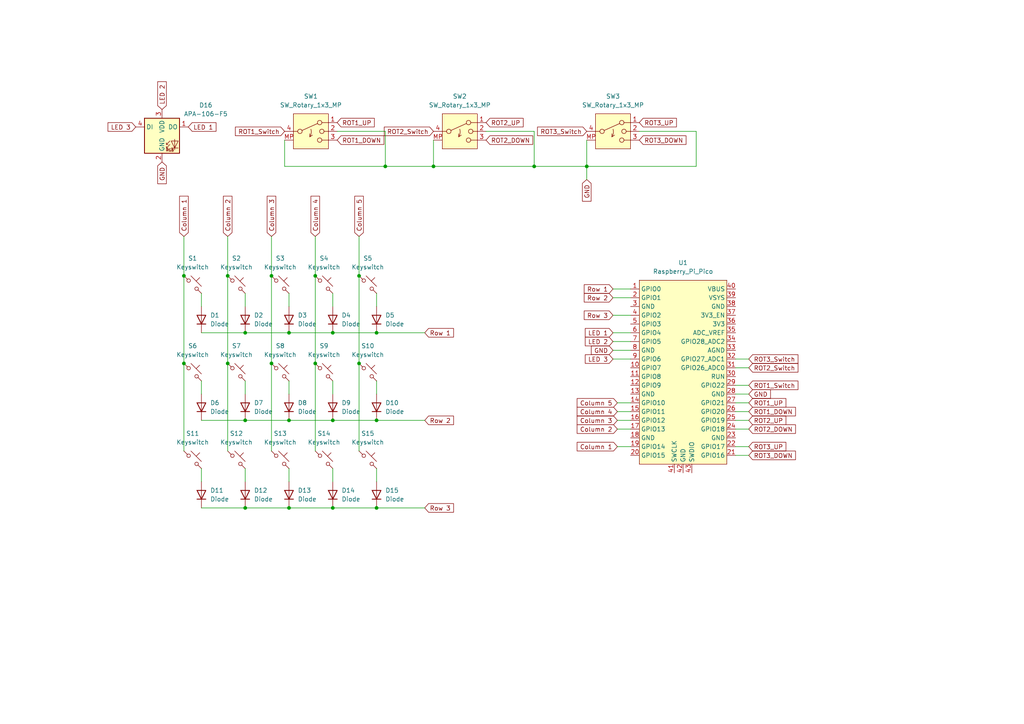
<source format=kicad_sch>
(kicad_sch (version 20231120) (generator "eeschema") (generator_version "8.0")
  (paper "A4")
  (lib_symbols
    (symbol "LED:APA-106-F5"
      (property "Reference" "D" (at 5.08 5.715 0))
      (property "Value" "APA-106-F5" (at 1.27 -5.715 0))
      (symbol "APA-106-F5_0_0"
        (text "RGB" (at 2.286 -4.191 0) (effects (font (size 0.762 0.762))))
      )
      (symbol "APA-106-F5_0_1"
        (polyline (pts (xy 1.27 -3.556) (xy 1.778 -3.556)))
        (polyline (pts (xy 1.27 -2.54) (xy 1.778 -2.54)))
        (polyline (pts (xy 4.699 -3.556) (xy 2.667 -3.556)))
        (polyline (pts (xy 2.286 -2.54) (xy 1.27 -3.556) (xy 1.27 -3.048)))
        (polyline (pts (xy 2.286 -1.524) (xy 1.27 -2.54) (xy 1.27 -2.032)))
        (polyline (pts (xy 3.683 -1.016) (xy 3.683 -3.556) (xy 3.683 -4.064)))
        (polyline (pts (xy 4.699 -1.524) (xy 2.667 -1.524) (xy 3.683 -3.556) (xy 4.699 -1.524)))
        (rectangle (start 5.08 5.08) (end -5.08 -5.08) (stroke (width 0.254)) (fill (type background)))
      )
      (symbol "APA-106-F5_1_1"
        (pin output line (at 7.62 2.54 180) (length 2.54) (name "DO") (number "1"))
        (pin power_in line (at 0 -7.62 90) (length 2.54) (name "GND") (number "2"))
        (pin power_in line (at 0 7.62 270) (length 2.54) (name "VDD") (number "3"))
        (pin input line (at -7.62 2.54 0) (length 2.54) (name "DI") (number "4"))
      )
    )
    (symbol "ScottoKeebs:MCU_Raspberry_Pi_Pico"
      (property "Reference" "U" (at 0 0 0))
      (property "Value" "Raspberry_Pi_Pico" (at 0 27.94 0))
      (symbol "MCU_Raspberry_Pi_Pico_0_1"
        (rectangle (start -12.7 26.67) (end 12.7 -26.67) (fill (type background)))
      )
      (symbol "MCU_Raspberry_Pi_Pico_1_1"
        (pin bidirectional line (at -15.24 24.13 0) (length 2.54) (name "GPIO0") (number "1"))
        (pin bidirectional line (at -15.24 1.27 0) (length 2.54) (name "GPIO7") (number "10"))
        (pin bidirectional line (at -15.24 -1.27 0) (length 2.54) (name "GPIO8") (number "11"))
        (pin bidirectional line (at -15.24 -3.81 0) (length 2.54) (name "GPIO9") (number "12"))
        (pin power_in line (at -15.24 -6.35 0) (length 2.54) (name "GND") (number "13"))
        (pin bidirectional line (at -15.24 -8.89 0) (length 2.54) (name "GPIO10") (number "14"))
        (pin bidirectional line (at -15.24 -11.43 0) (length 2.54) (name "GPIO11") (number "15"))
        (pin bidirectional line (at -15.24 -13.97 0) (length 2.54) (name "GPIO12") (number "16"))
        (pin bidirectional line (at -15.24 -16.51 0) (length 2.54) (name "GPIO13") (number "17"))
        (pin power_in line (at -15.24 -19.05 0) (length 2.54) (name "GND") (number "18"))
        (pin bidirectional line (at -15.24 -21.59 0) (length 2.54) (name "GPIO14") (number "19"))
        (pin bidirectional line (at -15.24 21.59 0) (length 2.54) (name "GPIO1") (number "2"))
        (pin bidirectional line (at -15.24 -24.13 0) (length 2.54) (name "GPIO15") (number "20"))
        (pin bidirectional line (at 15.24 -24.13 180) (length 2.54) (name "GPIO16") (number "21"))
        (pin bidirectional line (at 15.24 -21.59 180) (length 2.54) (name "GPIO17") (number "22"))
        (pin power_in line (at 15.24 -19.05 180) (length 2.54) (name "GND") (number "23"))
        (pin bidirectional line (at 15.24 -16.51 180) (length 2.54) (name "GPIO18") (number "24"))
        (pin bidirectional line (at 15.24 -13.97 180) (length 2.54) (name "GPIO19") (number "25"))
        (pin bidirectional line (at 15.24 -11.43 180) (length 2.54) (name "GPIO20") (number "26"))
        (pin bidirectional line (at 15.24 -8.89 180) (length 2.54) (name "GPIO21") (number "27"))
        (pin power_in line (at 15.24 -6.35 180) (length 2.54) (name "GND") (number "28"))
        (pin bidirectional line (at 15.24 -3.81 180) (length 2.54) (name "GPIO22") (number "29"))
        (pin power_in line (at -15.24 19.05 0) (length 2.54) (name "GND") (number "3"))
        (pin input line (at 15.24 -1.27 180) (length 2.54) (name "RUN") (number "30"))
        (pin bidirectional line (at 15.24 1.27 180) (length 2.54) (name "GPIO26_ADC0") (number "31"))
        (pin bidirectional line (at 15.24 3.81 180) (length 2.54) (name "GPIO27_ADC1") (number "32"))
        (pin power_in line (at 15.24 6.35 180) (length 2.54) (name "AGND") (number "33"))
        (pin bidirectional line (at 15.24 8.89 180) (length 2.54) (name "GPIO28_ADC2") (number "34"))
        (pin power_in line (at 15.24 11.43 180) (length 2.54) (name "ADC_VREF") (number "35"))
        (pin power_in line (at 15.24 13.97 180) (length 2.54) (name "3V3") (number "36"))
        (pin input line (at 15.24 16.51 180) (length 2.54) (name "3V3_EN") (number "37"))
        (pin bidirectional line (at 15.24 19.05 180) (length 2.54) (name "GND") (number "38"))
        (pin power_in line (at 15.24 21.59 180) (length 2.54) (name "VSYS") (number "39"))
        (pin bidirectional line (at -15.24 16.51 0) (length 2.54) (name "GPIO2") (number "4"))
        (pin power_in line (at 15.24 24.13 180) (length 2.54) (name "VBUS") (number "40"))
        (pin input line (at -2.54 -29.21 90) (length 2.54) (name "SWCLK") (number "41"))
        (pin power_in line (at 0 -29.21 90) (length 2.54) (name "GND") (number "42"))
        (pin bidirectional line (at 2.54 -29.21 90) (length 2.54) (name "SWDIO") (number "43"))
        (pin bidirectional line (at -15.24 13.97 0) (length 2.54) (name "GPIO3") (number "5"))
        (pin bidirectional line (at -15.24 11.43 0) (length 2.54) (name "GPIO4") (number "6"))
        (pin bidirectional line (at -15.24 8.89 0) (length 2.54) (name "GPIO5") (number "7"))
        (pin power_in line (at -15.24 6.35 0) (length 2.54) (name "GND") (number "8"))
        (pin bidirectional line (at -15.24 3.81 0) (length 2.54) (name "GPIO6") (number "9"))
      )
    )
    (symbol "ScottoKeebs:Placeholder_Diode" (pin_numbers hide) (pin_names hide)
      (property "Reference" "D" (at 0 2.54 0))
      (property "Value" "Diode" (at 0 -2.54 0))
      (symbol "Placeholder_Diode_0_1"
        (polyline (pts (xy -1.27 1.27) (xy -1.27 -1.27)) (stroke (width 0.254)))
        (polyline (pts (xy 1.27 0) (xy -1.27 0)))
        (polyline (pts (xy 1.27 1.27) (xy 1.27 -1.27) (xy -1.27 0) (xy 1.27 1.27)) (stroke (width 0.254)))
      )
      (symbol "Placeholder_Diode_1_1"
        (pin passive line (at -3.81 0 0) (length 2.54) (name "K") (number "1"))
        (pin passive line (at 3.81 0 180) (length 2.54) (name "A") (number "2"))
      )
    )
    (symbol "ScottoKeebs:Placeholder_Keyswitch" (pin_numbers hide) (pin_names (offset 1.016) hide)
      (property "Reference" "S" (at 3.048 1.016 0))
      (property "Value" "Keyswitch" (at 0 -3.81 0))
      (symbol "Placeholder_Keyswitch_0_1"
        (circle (center -1.1684 1.1684) (radius 0.508))
        (polyline (pts (xy -0.508 2.54) (xy 2.54 -0.508)))
        (polyline (pts (xy 1.016 1.016) (xy 2.032 2.032)))
        (polyline (pts (xy -2.54 2.54) (xy -1.524 1.524) (xy -1.524 1.524)))
        (polyline (pts (xy 1.524 -1.524) (xy 2.54 -2.54) (xy 2.54 -2.54) (xy 2.54 -2.54)))
        (circle (center 1.143 -1.1938) (radius 0.508))
        (pin passive line (at -2.54 2.54 0) (length 0) (name "1") (number "1"))
        (pin passive line (at 2.54 -2.54 180) (length 0) (name "2") (number "2"))
      )
    )
    (symbol "Switch:SW_Rotary_1x3_MP" (pin_names hide)
      (property "Reference" "SW" (at 0 6.35 0))
      (property "Value" "SW_Rotary_1x3_MP" (at 8.89 -6.35 0))
      (symbol "SW_Rotary_1x3_MP_0_1"
        (circle (center -3.175 0) (radius 0.635))
        (arc (start -0.3176 -1.5875) (mid 0.0861 -0.5113) (end 0 0.635))
        (polyline (pts (xy -5.08 0) (xy -3.81 0)))
        (polyline (pts (xy -2.5908 0.254) (xy 1.9304 2.286)))
        (polyline (pts (xy -0.3176 -1.5875) (xy -0.3176 -1.5875)))
        (polyline (pts (xy -0.3176 -1.5875) (xy -0.3176 -0.6985)))
        (polyline (pts (xy -0.3176 -1.5875) (xy 0.4444 -1.0795)))
        (polyline (pts (xy 5.08 -2.54) (xy 3.175 -2.54)))
        (polyline (pts (xy 5.08 0) (xy 3.81 0)))
        (polyline (pts (xy 5.08 2.54) (xy 3.175 2.54)))
        (circle (center 2.54 -2.54) (radius 0.635))
        (circle (center 2.54 2.54) (radius 0.635))
        (circle (center 3.175 0) (radius 0.635))
      )
      (symbol "SW_Rotary_1x3_MP_1_1"
        (rectangle (start -5.08 5.08) (end 5.08 -5.08) (fill (type background)))
        (pin passive line (at 7.62 2.54 180) (length 2.54) (name "") (number "1"))
        (pin passive line (at 7.62 0 180) (length 2.54) (name "") (number "2"))
        (pin passive line (at 7.62 -2.54 180) (length 2.54) (name "") (number "3"))
        (pin passive line (at -7.62 0 0) (length 2.54) (name "") (number "4"))
        (pin passive line (at -7.62 -2.54 0) (length 2.54) (name "") (number "MP"))
      )
    )
  )
  (junction (at 71.12 147.32))
  (junction (at 71.12 96.52))
  (junction (at 78.74 105.41))
  (junction (at 109.22 121.92))
  (junction (at 83.82 96.52))
  (junction (at 66.04 105.41))
  (junction (at 104.14 80.01))
  (junction (at 71.12 121.92))
  (junction (at 96.52 121.92))
  (junction (at 53.34 105.41))
  (junction (at 83.82 147.32))
  (junction (at 78.74 80.01))
  (junction (at 104.14 105.41))
  (junction (at 109.22 147.32))
  (junction (at 96.52 147.32))
  (junction (at 83.82 121.92))
  (junction (at 125.73 48.26))
  (junction (at 170.18 48.26))
  (junction (at 154.94 48.26))
  (junction (at 111.76 48.26))
  (junction (at 91.44 80.01))
  (junction (at 91.44 105.41))
  (junction (at 53.34 80.01))
  (junction (at 96.52 96.52))
  (junction (at 66.04 80.01))
  (junction (at 109.22 96.52))
  (wire (pts (xy 83.82 135.89) (xy 83.82 139.7)))
  (wire (pts (xy 83.82 96.52) (xy 96.52 96.52)))
  (wire (pts (xy 78.74 105.41) (xy 78.74 130.81)))
  (wire (pts (xy 177.8 91.44) (xy 182.88 91.44)))
  (wire (pts (xy 58.42 85.09) (xy 58.42 88.9)))
  (wire (pts (xy 96.52 147.32) (xy 109.22 147.32)))
  (wire (pts (xy 109.22 135.89) (xy 109.22 139.7)))
  (wire (pts (xy 109.22 110.49) (xy 109.22 114.3)))
  (wire (pts (xy 179.07 129.54) (xy 182.88 129.54)))
  (wire (pts (xy 96.52 96.52) (xy 109.22 96.52)))
  (wire (pts (xy 78.74 68.58) (xy 78.74 80.01)))
  (wire (pts (xy 177.8 83.82) (xy 182.88 83.82)))
  (wire (pts (xy 83.82 147.32) (xy 96.52 147.32)))
  (wire (pts (xy 177.8 104.14) (xy 182.88 104.14)))
  (wire (pts (xy 71.12 121.92) (xy 83.82 121.92)))
  (wire (pts (xy 83.82 110.49) (xy 83.82 114.3)))
  (wire (pts (xy 97.79 38.1) (xy 111.76 38.1)))
  (wire (pts (xy 213.36 124.46) (xy 217.17 124.46)))
  (wire (pts (xy 58.42 96.52) (xy 71.12 96.52)))
  (wire (pts (xy 104.14 80.01) (xy 104.14 105.41)))
  (wire (pts (xy 179.07 124.46) (xy 182.88 124.46)))
  (wire (pts (xy 177.8 96.52) (xy 182.88 96.52)))
  (wire (pts (xy 213.36 121.92) (xy 217.17 121.92)))
  (wire (pts (xy 111.76 38.1) (xy 111.76 48.26)))
  (wire (pts (xy 66.04 80.01) (xy 66.04 105.41)))
  (wire (pts (xy 213.36 129.54) (xy 217.17 129.54)))
  (wire (pts (xy 123.19 121.92) (xy 109.22 121.92)))
  (wire (pts (xy 154.94 38.1) (xy 154.94 48.26)))
  (wire (pts (xy 53.34 105.41) (xy 53.34 130.81)))
  (wire (pts (xy 91.44 80.01) (xy 91.44 105.41)))
  (wire (pts (xy 78.74 80.01) (xy 78.74 105.41)))
  (wire (pts (xy 58.42 135.89) (xy 58.42 139.7)))
  (wire (pts (xy 71.12 135.89) (xy 71.12 139.7)))
  (wire (pts (xy 91.44 105.41) (xy 91.44 130.81)))
  (wire (pts (xy 177.8 86.36) (xy 182.88 86.36)))
  (wire (pts (xy 170.18 40.64) (xy 170.18 48.26)))
  (wire (pts (xy 201.93 38.1) (xy 201.93 48.26)))
  (wire (pts (xy 71.12 96.52) (xy 83.82 96.52)))
  (wire (pts (xy 213.36 104.14) (xy 217.17 104.14)))
  (wire (pts (xy 170.18 48.26) (xy 170.18 52.07)))
  (wire (pts (xy 179.07 116.84) (xy 182.88 116.84)))
  (wire (pts (xy 58.42 121.92) (xy 71.12 121.92)))
  (wire (pts (xy 91.44 68.58) (xy 91.44 80.01)))
  (wire (pts (xy 213.36 106.68) (xy 217.17 106.68)))
  (wire (pts (xy 104.14 68.58) (xy 104.14 80.01)))
  (wire (pts (xy 71.12 85.09) (xy 71.12 88.9)))
  (wire (pts (xy 83.82 121.92) (xy 96.52 121.92)))
  (wire (pts (xy 179.07 119.38) (xy 182.88 119.38)))
  (wire (pts (xy 71.12 147.32) (xy 83.82 147.32)))
  (wire (pts (xy 213.36 111.76) (xy 217.17 111.76)))
  (wire (pts (xy 109.22 96.52) (xy 123.19 96.52)))
  (wire (pts (xy 96.52 110.49) (xy 96.52 114.3)))
  (wire (pts (xy 213.36 116.84) (xy 217.17 116.84)))
  (wire (pts (xy 104.14 105.41) (xy 104.14 130.81)))
  (wire (pts (xy 185.42 38.1) (xy 201.93 38.1)))
  (wire (pts (xy 140.97 38.1) (xy 154.94 38.1)))
  (wire (pts (xy 58.42 147.32) (xy 71.12 147.32)))
  (wire (pts (xy 53.34 68.58) (xy 53.34 80.01)))
  (wire (pts (xy 213.36 132.08) (xy 217.17 132.08)))
  (wire (pts (xy 66.04 105.41) (xy 66.04 130.81)))
  (wire (pts (xy 83.82 85.09) (xy 83.82 88.9)))
  (wire (pts (xy 111.76 48.26) (xy 125.73 48.26)))
  (wire (pts (xy 66.04 68.58) (xy 66.04 80.01)))
  (wire (pts (xy 82.55 48.26) (xy 111.76 48.26)))
  (wire (pts (xy 213.36 119.38) (xy 217.17 119.38)))
  (wire (pts (xy 58.42 110.49) (xy 58.42 114.3)))
  (wire (pts (xy 177.8 99.06) (xy 182.88 99.06)))
  (wire (pts (xy 201.93 48.26) (xy 170.18 48.26)))
  (wire (pts (xy 96.52 85.09) (xy 96.52 88.9)))
  (wire (pts (xy 179.07 121.92) (xy 182.88 121.92)))
  (wire (pts (xy 177.8 101.6) (xy 182.88 101.6)))
  (wire (pts (xy 53.34 80.01) (xy 53.34 105.41)))
  (wire (pts (xy 82.55 40.64) (xy 82.55 48.26)))
  (wire (pts (xy 217.17 114.3) (xy 213.36 114.3)))
  (wire (pts (xy 96.52 135.89) (xy 96.52 139.7)))
  (wire (pts (xy 71.12 110.49) (xy 71.12 114.3)))
  (wire (pts (xy 125.73 48.26) (xy 125.73 40.64)))
  (wire (pts (xy 96.52 121.92) (xy 109.22 121.92)))
  (wire (pts (xy 125.73 48.26) (xy 154.94 48.26)))
  (wire (pts (xy 154.94 48.26) (xy 170.18 48.26)))
  (wire (pts (xy 123.19 147.32) (xy 109.22 147.32)))
  (wire (pts (xy 109.22 85.09) (xy 109.22 88.9)))
  (global_label "Row 1" (shape input) (at 177.8 83.82 180) (property "Intersheetrefs" "${INTERSHEET_REFS}" (effects (hide yes))))
  (global_label "ROT2_DOWN" (shape input) (at 217.17 124.46 0) (property "Intersheetrefs" "${INTERSHEET_REFS}" (effects (hide yes))))
  (global_label "Row 3" (shape input) (at 177.8 91.44 180) (property "Intersheetrefs" "${INTERSHEET_REFS}" (effects (hide yes))))
  (global_label "ROT3_UP" (shape input) (at 185.42 35.56 0) (property "Intersheetrefs" "${INTERSHEET_REFS}" (effects (hide yes))))
  (global_label "ROT2_UP" (shape input) (at 217.17 121.92 0) (property "Intersheetrefs" "${INTERSHEET_REFS}" (effects (hide yes))))
  (global_label "Row 1" (shape input) (at 123.19 96.52 0) (property "Intersheetrefs" "${INTERSHEET_REFS}" (effects (hide yes))))
  (global_label "ROT2_Switch" (shape input) (at 125.73 38.1 180) (property "Intersheetrefs" "${INTERSHEET_REFS}" (effects (hide yes))))
  (global_label "LED 3" (shape input) (at 177.8 104.14 180) (property "Intersheetrefs" "${INTERSHEET_REFS}" (effects (hide yes))))
  (global_label "Column 1" (shape input) (at 53.34 68.58 90) (property "Intersheetrefs" "${INTERSHEET_REFS}" (effects (hide yes))))
  (global_label "ROT1_UP" (shape input) (at 97.79 35.56 0) (property "Intersheetrefs" "${INTERSHEET_REFS}" (effects (hide yes))))
  (global_label "ROT2_DOWN" (shape input) (at 140.97 40.64 0) (property "Intersheetrefs" "${INTERSHEET_REFS}" (effects (hide yes))))
  (global_label "Row 2" (shape input) (at 123.19 121.92 0) (property "Intersheetrefs" "${INTERSHEET_REFS}" (effects (hide yes))))
  (global_label "Row 3" (shape input) (at 123.19 147.32 0) (property "Intersheetrefs" "${INTERSHEET_REFS}" (effects (hide yes))))
  (global_label "Column 5" (shape input) (at 179.07 116.84 180) (property "Intersheetrefs" "${INTERSHEET_REFS}" (effects (hide yes))))
  (global_label "ROT1_UP" (shape input) (at 217.17 116.84 0) (property "Intersheetrefs" "${INTERSHEET_REFS}" (effects (hide yes))))
  (global_label "Column 2" (shape input) (at 66.04 68.58 90) (property "Intersheetrefs" "${INTERSHEET_REFS}" (effects (hide yes))))
  (global_label "Column 5" (shape input) (at 104.14 68.58 90) (property "Intersheetrefs" "${INTERSHEET_REFS}" (effects (hide yes))))
  (global_label "Column 4" (shape input) (at 91.44 68.58 90) (property "Intersheetrefs" "${INTERSHEET_REFS}" (effects (hide yes))))
  (global_label "ROT3_DOWN" (shape input) (at 217.17 132.08 0) (property "Intersheetrefs" "${INTERSHEET_REFS}" (effects (hide yes))))
  (global_label "Column 3" (shape input) (at 78.74 68.58 90) (property "Intersheetrefs" "${INTERSHEET_REFS}" (effects (hide yes))))
  (global_label "ROT3_Switch" (shape input) (at 170.18 38.1 180) (property "Intersheetrefs" "${INTERSHEET_REFS}" (effects (hide yes))))
  (global_label "LED 1" (shape input) (at 54.61 36.83 0) (property "Intersheetrefs" "${INTERSHEET_REFS}" (effects (hide yes))))
  (global_label "ROT2_Switch" (shape input) (at 217.17 106.68 0) (property "Intersheetrefs" "${INTERSHEET_REFS}" (effects (hide yes))))
  (global_label "Column 3" (shape input) (at 179.07 121.92 180) (property "Intersheetrefs" "${INTERSHEET_REFS}" (effects (hide yes))))
  (global_label "LED 1" (shape input) (at 177.8 96.52 180) (property "Intersheetrefs" "${INTERSHEET_REFS}" (effects (hide yes))))
  (global_label "ROT1_DOWN" (shape input) (at 97.79 40.64 0) (property "Intersheetrefs" "${INTERSHEET_REFS}" (effects (hide yes))))
  (global_label "GND" (shape input) (at 46.99 46.99 270) (property "Intersheetrefs" "${INTERSHEET_REFS}" (effects (hide yes))))
  (global_label "Column 4" (shape input) (at 179.07 119.38 180) (property "Intersheetrefs" "${INTERSHEET_REFS}" (effects (hide yes))))
  (global_label "Column 1" (shape input) (at 179.07 129.54 180) (property "Intersheetrefs" "${INTERSHEET_REFS}" (effects (hide yes))))
  (global_label "GND" (shape input) (at 177.8 101.6 180) (property "Intersheetrefs" "${INTERSHEET_REFS}" (effects (hide yes))))
  (global_label "ROT3_Switch" (shape input) (at 217.17 104.14 0) (property "Intersheetrefs" "${INTERSHEET_REFS}" (effects (hide yes))))
  (global_label "GND" (shape input) (at 217.17 114.3 0) (property "Intersheetrefs" "${INTERSHEET_REFS}" (effects (hide yes))))
  (global_label "ROT1_DOWN" (shape input) (at 217.17 119.38 0) (property "Intersheetrefs" "${INTERSHEET_REFS}" (effects (hide yes))))
  (global_label "GND" (shape input) (at 170.18 52.07 270) (property "Intersheetrefs" "${INTERSHEET_REFS}" (effects (hide yes))))
  (global_label "Column 2" (shape input) (at 179.07 124.46 180) (property "Intersheetrefs" "${INTERSHEET_REFS}" (effects (hide yes))))
  (global_label "ROT2_UP" (shape input) (at 140.97 35.56 0) (property "Intersheetrefs" "${INTERSHEET_REFS}" (effects (hide yes))))
  (global_label "LED 2" (shape input) (at 177.8 99.06 180) (property "Intersheetrefs" "${INTERSHEET_REFS}" (effects (hide yes))))
  (global_label "ROT3_UP" (shape input) (at 217.17 129.54 0) (property "Intersheetrefs" "${INTERSHEET_REFS}" (effects (hide yes))))
  (global_label "LED 2" (shape input) (at 46.99 31.75 90) (property "Intersheetrefs" "${INTERSHEET_REFS}" (effects (hide yes))))
  (global_label "ROT3_DOWN" (shape input) (at 185.42 40.64 0) (property "Intersheetrefs" "${INTERSHEET_REFS}" (effects (hide yes))))
  (global_label "Row 2" (shape input) (at 177.8 86.36 180) (property "Intersheetrefs" "${INTERSHEET_REFS}" (effects (hide yes))))
  (global_label "LED 3" (shape input) (at 39.37 36.83 180) (property "Intersheetrefs" "${INTERSHEET_REFS}" (effects (hide yes))))
  (global_label "ROT1_Switch" (shape input) (at 217.17 111.76 0) (property "Intersheetrefs" "${INTERSHEET_REFS}" (effects (hide yes))))
  (global_label "ROT1_Switch" (shape input) (at 82.55 38.1 180) (property "Intersheetrefs" "${INTERSHEET_REFS}" (effects (hide yes))))
  (symbol (lib_id "Switch:SW_Rotary_1x3_MP") (at 177.8 38.1 0) (unit 1)
    (property "Reference" "SW3" (at 177.8 27.94 0))
    (property "Value" "SW_Rotary_1x3_MP" (at 177.8 30.48 0))
    (property "Description" "Rotary switch 1x3, SP3T with mount point " (effects (hide yes)))
  )
  (symbol (lib_id "ScottoKeebs:Placeholder_Diode") (at 109.22 118.11 90) (unit 1)
    (property "Reference" "D10" (at 111.76 116.8399 90) (effects (justify right)))
    (property "Value" "Diode" (at 111.76 119.3799 90) (effects (justify right)))
    (property "Description" "1N4148 (DO-35) or 1N4148W (SOD-123)" (effects (hide yes)))
    (property "Sim.Device" "D" (effects (hide yes)))
    (property "Sim.Pins" "1=K 2=A" (effects (hide yes)))
  )
  (symbol (lib_id "ScottoKeebs:Placeholder_Keyswitch") (at 93.98 82.55 0) (unit 1)
    (property "Reference" "S4" (at 93.98 74.93 0))
    (property "Value" "Keyswitch" (at 93.98 77.47 0))
    (property "Description" "Push button switch, normally open, two pins, 45° tilted" (effects (hide yes)))
  )
  (symbol (lib_id "ScottoKeebs:Placeholder_Diode") (at 83.82 143.51 90) (unit 1)
    (property "Reference" "D13" (at 86.36 142.2399 90) (effects (justify right)))
    (property "Value" "Diode" (at 86.36 144.7799 90) (effects (justify right)))
    (property "Description" "1N4148 (DO-35) or 1N4148W (SOD-123)" (effects (hide yes)))
    (property "Sim.Device" "D" (effects (hide yes)))
    (property "Sim.Pins" "1=K 2=A" (effects (hide yes)))
  )
  (symbol (lib_id "ScottoKeebs:Placeholder_Keyswitch") (at 81.28 107.95 0) (unit 1)
    (property "Reference" "S8" (at 81.28 100.33 0))
    (property "Value" "Keyswitch" (at 81.28 102.87 0))
    (property "Description" "Push button switch, normally open, two pins, 45° tilted" (effects (hide yes)))
  )
  (symbol (lib_id "ScottoKeebs:Placeholder_Keyswitch") (at 106.68 107.95 0) (unit 1)
    (property "Reference" "S10" (at 106.68 100.33 0))
    (property "Value" "Keyswitch" (at 106.68 102.87 0))
    (property "Description" "Push button switch, normally open, two pins, 45° tilted" (effects (hide yes)))
  )
  (symbol (lib_id "ScottoKeebs:Placeholder_Keyswitch") (at 55.88 82.55 0) (unit 1)
    (property "Reference" "S1" (at 55.88 74.93 0))
    (property "Value" "Keyswitch" (at 55.88 77.47 0))
    (property "Description" "Push button switch, normally open, two pins, 45° tilted" (effects (hide yes)))
  )
  (symbol (lib_id "ScottoKeebs:Placeholder_Keyswitch") (at 93.98 107.95 0) (unit 1)
    (property "Reference" "S9" (at 93.98 100.33 0))
    (property "Value" "Keyswitch" (at 93.98 102.87 0))
    (property "Description" "Push button switch, normally open, two pins, 45° tilted" (effects (hide yes)))
  )
  (symbol (lib_id "ScottoKeebs:Placeholder_Diode") (at 58.42 143.51 90) (unit 1)
    (property "Reference" "D11" (at 60.96 142.2399 90) (effects (justify right)))
    (property "Value" "Diode" (at 60.96 144.7799 90) (effects (justify right)))
    (property "Description" "1N4148 (DO-35) or 1N4148W (SOD-123)" (effects (hide yes)))
    (property "Sim.Device" "D" (effects (hide yes)))
    (property "Sim.Pins" "1=K 2=A" (effects (hide yes)))
  )
  (symbol (lib_id "ScottoKeebs:Placeholder_Keyswitch") (at 55.88 133.35 0) (unit 1)
    (property "Reference" "S11" (at 55.88 125.73 0))
    (property "Value" "Keyswitch" (at 55.88 128.27 0))
    (property "Description" "Push button switch, normally open, two pins, 45° tilted" (effects (hide yes)))
  )
  (symbol (lib_id "ScottoKeebs:Placeholder_Keyswitch") (at 81.28 82.55 0) (unit 1)
    (property "Reference" "S3" (at 81.28 74.93 0))
    (property "Value" "Keyswitch" (at 81.28 77.47 0))
    (property "Description" "Push button switch, normally open, two pins, 45° tilted" (effects (hide yes)))
  )
  (symbol (lib_id "ScottoKeebs:Placeholder_Diode") (at 96.52 143.51 90) (unit 1)
    (property "Reference" "D14" (at 99.06 142.2399 90) (effects (justify right)))
    (property "Value" "Diode" (at 99.06 144.7799 90) (effects (justify right)))
    (property "Description" "1N4148 (DO-35) or 1N4148W (SOD-123)" (effects (hide yes)))
    (property "Sim.Device" "D" (effects (hide yes)))
    (property "Sim.Pins" "1=K 2=A" (effects (hide yes)))
  )
  (symbol (lib_id "ScottoKeebs:Placeholder_Diode") (at 109.22 92.71 90) (unit 1)
    (property "Reference" "D5" (at 111.76 91.4399 90) (effects (justify right)))
    (property "Value" "Diode" (at 111.76 93.9799 90) (effects (justify right)))
    (property "Description" "1N4148 (DO-35) or 1N4148W (SOD-123)" (effects (hide yes)))
    (property "Sim.Device" "D" (effects (hide yes)))
    (property "Sim.Pins" "1=K 2=A" (effects (hide yes)))
  )
  (symbol (lib_id "ScottoKeebs:Placeholder_Diode") (at 96.52 92.71 90) (unit 1)
    (property "Reference" "D4" (at 99.06 91.4399 90) (effects (justify right)))
    (property "Value" "Diode" (at 99.06 93.9799 90) (effects (justify right)))
    (property "Description" "1N4148 (DO-35) or 1N4148W (SOD-123)" (effects (hide yes)))
    (property "Sim.Device" "D" (effects (hide yes)))
    (property "Sim.Pins" "1=K 2=A" (effects (hide yes)))
  )
  (symbol (lib_id "ScottoKeebs:Placeholder_Keyswitch") (at 68.58 82.55 0) (unit 1)
    (property "Reference" "S2" (at 68.58 74.93 0))
    (property "Value" "Keyswitch" (at 68.58 77.47 0))
    (property "Description" "Push button switch, normally open, two pins, 45° tilted" (effects (hide yes)))
  )
  (symbol (lib_id "ScottoKeebs:Placeholder_Diode") (at 58.42 118.11 90) (unit 1)
    (property "Reference" "D6" (at 60.96 116.8399 90) (effects (justify right)))
    (property "Value" "Diode" (at 60.96 119.3799 90) (effects (justify right)))
    (property "Description" "1N4148 (DO-35) or 1N4148W (SOD-123)" (effects (hide yes)))
    (property "Sim.Device" "D" (effects (hide yes)))
    (property "Sim.Pins" "1=K 2=A" (effects (hide yes)))
  )
  (symbol (lib_id "ScottoKeebs:Placeholder_Diode") (at 96.52 118.11 90) (unit 1)
    (property "Reference" "D9" (at 99.06 116.8399 90) (effects (justify right)))
    (property "Value" "Diode" (at 99.06 119.3799 90) (effects (justify right)))
    (property "Description" "1N4148 (DO-35) or 1N4148W (SOD-123)" (effects (hide yes)))
    (property "Sim.Device" "D" (effects (hide yes)))
    (property "Sim.Pins" "1=K 2=A" (effects (hide yes)))
  )
  (symbol (lib_id "ScottoKeebs:Placeholder_Diode") (at 71.12 118.11 90) (unit 1)
    (property "Reference" "D7" (at 73.66 116.8399 90) (effects (justify right)))
    (property "Value" "Diode" (at 73.66 119.3799 90) (effects (justify right)))
    (property "Description" "1N4148 (DO-35) or 1N4148W (SOD-123)" (effects (hide yes)))
    (property "Sim.Device" "D" (effects (hide yes)))
    (property "Sim.Pins" "1=K 2=A" (effects (hide yes)))
  )
  (symbol (lib_id "ScottoKeebs:Placeholder_Keyswitch") (at 81.28 133.35 0) (unit 1)
    (property "Reference" "S13" (at 81.28 125.73 0))
    (property "Value" "Keyswitch" (at 81.28 128.27 0))
    (property "Description" "Push button switch, normally open, two pins, 45° tilted" (effects (hide yes)))
  )
  (symbol (lib_id "Switch:SW_Rotary_1x3_MP") (at 90.17 38.1 0) (unit 1)
    (property "Reference" "SW1" (at 90.17 27.94 0))
    (property "Value" "SW_Rotary_1x3_MP" (at 90.17 30.48 0))
    (property "Description" "Rotary switch 1x3, SP3T with mount point " (effects (hide yes)))
  )
  (symbol (lib_id "ScottoKeebs:Placeholder_Diode") (at 109.22 143.51 90) (unit 1)
    (property "Reference" "D15" (at 111.76 142.2399 90) (effects (justify right)))
    (property "Value" "Diode" (at 111.76 144.7799 90) (effects (justify right)))
    (property "Description" "1N4148 (DO-35) or 1N4148W (SOD-123)" (effects (hide yes)))
    (property "Sim.Device" "D" (effects (hide yes)))
    (property "Sim.Pins" "1=K 2=A" (effects (hide yes)))
  )
  (symbol (lib_id "ScottoKeebs:Placeholder_Keyswitch") (at 106.68 82.55 0) (unit 1)
    (property "Reference" "S5" (at 106.68 74.93 0))
    (property "Value" "Keyswitch" (at 106.68 77.47 0))
    (property "Description" "Push button switch, normally open, two pins, 45° tilted" (effects (hide yes)))
  )
  (symbol (lib_id "ScottoKeebs:Placeholder_Keyswitch") (at 68.58 107.95 0) (unit 1)
    (property "Reference" "S7" (at 68.58 100.33 0))
    (property "Value" "Keyswitch" (at 68.58 102.87 0))
    (property "Description" "Push button switch, normally open, two pins, 45° tilted" (effects (hide yes)))
  )
  (symbol (lib_id "ScottoKeebs:Placeholder_Diode") (at 83.82 118.11 90) (unit 1)
    (property "Reference" "D8" (at 86.36 116.8399 90) (effects (justify right)))
    (property "Value" "Diode" (at 86.36 119.3799 90) (effects (justify right)))
    (property "Description" "1N4148 (DO-35) or 1N4148W (SOD-123)" (effects (hide yes)))
    (property "Sim.Device" "D" (effects (hide yes)))
    (property "Sim.Pins" "1=K 2=A" (effects (hide yes)))
  )
  (symbol (lib_id "ScottoKeebs:Placeholder_Keyswitch") (at 93.98 133.35 0) (unit 1)
    (property "Reference" "S14" (at 93.98 125.73 0))
    (property "Value" "Keyswitch" (at 93.98 128.27 0))
    (property "Description" "Push button switch, normally open, two pins, 45° tilted" (effects (hide yes)))
  )
  (symbol (lib_id "ScottoKeebs:MCU_Raspberry_Pi_Pico") (at 198.12 107.95 0) (unit 1)
    (property "Reference" "U1" (at 198.12 76.2 0))
    (property "Value" "Raspberry_Pi_Pico" (at 198.12 78.74 0))
    (property "Footprint" "ScottoKeebs_MCU:Raspberry_Pi_Pico" (effects (hide yes)))
  )
  (symbol (lib_id "ScottoKeebs:Placeholder_Diode") (at 71.12 92.71 90) (unit 1)
    (property "Reference" "D2" (at 73.66 91.4399 90) (effects (justify right)))
    (property "Value" "Diode" (at 73.66 93.9799 90) (effects (justify right)))
    (property "Description" "1N4148 (DO-35) or 1N4148W (SOD-123)" (effects (hide yes)))
    (property "Sim.Device" "D" (effects (hide yes)))
    (property "Sim.Pins" "1=K 2=A" (effects (hide yes)))
  )
  (symbol (lib_id "ScottoKeebs:Placeholder_Diode") (at 83.82 92.71 90) (unit 1)
    (property "Reference" "D3" (at 86.36 91.4399 90) (effects (justify right)))
    (property "Value" "Diode" (at 86.36 93.9799 90) (effects (justify right)))
    (property "Description" "1N4148 (DO-35) or 1N4148W (SOD-123)" (effects (hide yes)))
    (property "Sim.Device" "D" (effects (hide yes)))
    (property "Sim.Pins" "1=K 2=A" (effects (hide yes)))
  )
  (symbol (lib_id "ScottoKeebs:Placeholder_Keyswitch") (at 106.68 133.35 0) (unit 1)
    (property "Reference" "S15" (at 106.68 125.73 0))
    (property "Value" "Keyswitch" (at 106.68 128.27 0))
    (property "Description" "Push button switch, normally open, two pins, 45° tilted" (effects (hide yes)))
  )
  (symbol (lib_id "ScottoKeebs:Placeholder_Keyswitch") (at 68.58 133.35 0) (unit 1)
    (property "Reference" "S12" (at 68.58 125.73 0))
    (property "Value" "Keyswitch" (at 68.58 128.27 0))
    (property "Description" "Push button switch, normally open, two pins, 45° tilted" (effects (hide yes)))
  )
  (symbol (lib_id "ScottoKeebs:Placeholder_Keyswitch") (at 55.88 107.95 0) (unit 1)
    (property "Reference" "S6" (at 55.88 100.33 0))
    (property "Value" "Keyswitch" (at 55.88 102.87 0))
    (property "Description" "Push button switch, normally open, two pins, 45° tilted" (effects (hide yes)))
  )
  (symbol (lib_id "ScottoKeebs:Placeholder_Diode") (at 58.42 92.71 90) (unit 1)
    (property "Reference" "D1" (at 60.96 91.4399 90) (effects (justify right)))
    (property "Value" "Diode" (at 60.96 93.9799 90) (effects (justify right)))
    (property "Description" "1N4148 (DO-35) or 1N4148W (SOD-123)" (effects (hide yes)))
    (property "Sim.Device" "D" (effects (hide yes)))
    (property "Sim.Pins" "1=K 2=A" (effects (hide yes)))
  )
  (symbol (lib_id "Switch:SW_Rotary_1x3_MP") (at 133.35 38.1 0) (unit 1)
    (property "Reference" "SW2" (at 133.35 27.94 0))
    (property "Value" "SW_Rotary_1x3_MP" (at 133.35 30.48 0))
    (property "Description" "Rotary switch 1x3, SP3T with mount point " (effects (hide yes)))
  )
  (symbol (lib_id "LED:APA-106-F5") (at 46.99 39.37 0) (unit 1)
    (property "Reference" "D16" (at 59.69 30.5114 0))
    (property "Value" "APA-106-F5" (at 59.69 33.0514 0))
    (property "Footprint" "LED_THT:LED_D5.0mm-4_RGB" (effects (hide yes)))
    (property "Datasheet" "https://cdn.sparkfun.com/datasheets/Components/LED/COM-12877.pdf" (effects (hide yes)))
    (property "Description" "RGB LED with integrated controller, 5mm Package" (effects (hide yes)))
  )
  (symbol (lib_id "ScottoKeebs:Placeholder_Diode") (at 71.12 143.51 90) (unit 1)
    (property "Reference" "D12" (at 73.66 142.2399 90) (effects (justify right)))
    (property "Value" "Diode" (at 73.66 144.7799 90) (effects (justify right)))
    (property "Description" "1N4148 (DO-35) or 1N4148W (SOD-123)" (effects (hide yes)))
    (property "Sim.Device" "D" (effects (hide yes)))
    (property "Sim.Pins" "1=K 2=A" (effects (hide yes)))
  )
)
</source>
